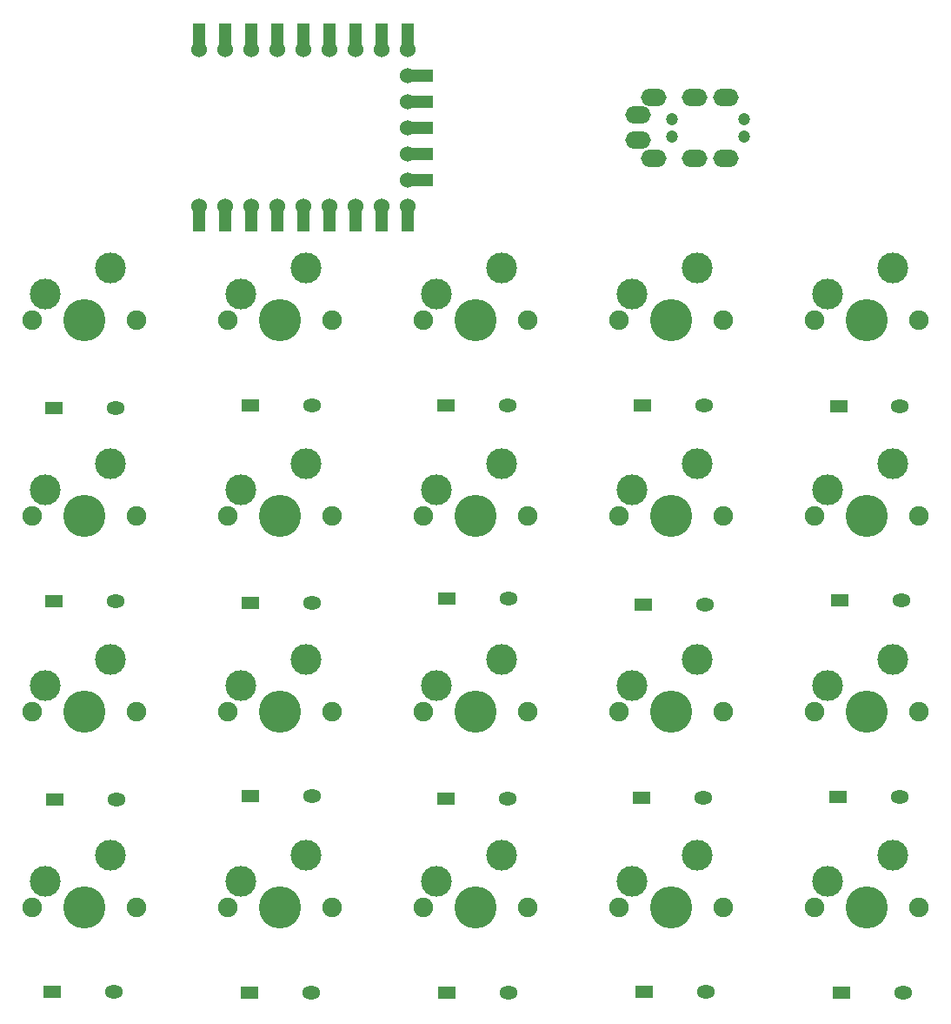
<source format=gbr>
%TF.GenerationSoftware,KiCad,Pcbnew,7.0.8*%
%TF.CreationDate,2023-10-28T15:04:41+09:00*%
%TF.ProjectId,jisaku20rp_right,6a697361-6b75-4323-9072-705f72696768,rev?*%
%TF.SameCoordinates,Original*%
%TF.FileFunction,Soldermask,Top*%
%TF.FilePolarity,Negative*%
%FSLAX46Y46*%
G04 Gerber Fmt 4.6, Leading zero omitted, Abs format (unit mm)*
G04 Created by KiCad (PCBNEW 7.0.8) date 2023-10-28 15:04:41*
%MOMM*%
%LPD*%
G01*
G04 APERTURE LIST*
%ADD10C,1.200000*%
%ADD11O,2.500000X1.700000*%
%ADD12C,1.900000*%
%ADD13C,3.000000*%
%ADD14C,4.100000*%
%ADD15C,1.524000*%
%ADD16R,1.200000X2.000000*%
%ADD17R,2.000000X1.200000*%
%ADD18R,1.778000X1.300000*%
%ADD19O,1.778000X1.300000*%
G04 APERTURE END LIST*
D10*
%TO.C,J1*%
X64240000Y19640000D03*
X57240000Y19640000D03*
X64240000Y17890000D03*
X57240000Y17890000D03*
D11*
X53940000Y19990000D03*
X53940000Y17540000D03*
X62440000Y21740000D03*
X62440000Y15790000D03*
X59440000Y21740000D03*
X59440000Y15790000D03*
X55440000Y21740000D03*
X55440000Y15790000D03*
%TD*%
D12*
%TO.C,SW15*%
X71120000Y-38100000D03*
D13*
X72390000Y-35560000D03*
D14*
X76200000Y-38100000D03*
D13*
X78740000Y-33020000D03*
D12*
X81280000Y-38100000D03*
%TD*%
%TO.C,SW1*%
X-5080000Y0D03*
D13*
X-3810000Y2540000D03*
D14*
X0Y0D03*
D13*
X2540000Y5080000D03*
D12*
X5080000Y0D03*
%TD*%
%TO.C,SW14*%
X52070000Y-38100000D03*
D13*
X53340000Y-35560000D03*
D14*
X57150000Y-38100000D03*
D13*
X59690000Y-33020000D03*
D12*
X62230000Y-38100000D03*
%TD*%
%TO.C,SW2*%
X13970000Y0D03*
D13*
X15240000Y2540000D03*
D14*
X19050000Y0D03*
D13*
X21590000Y5080000D03*
D12*
X24130000Y0D03*
%TD*%
%TO.C,SW17*%
X13970000Y-57150000D03*
D13*
X15240000Y-54610000D03*
D14*
X19050000Y-57150000D03*
D13*
X21590000Y-52070000D03*
D12*
X24130000Y-57150000D03*
%TD*%
D15*
%TO.C,U2*%
X11110000Y26410000D03*
D16*
X11110000Y27880000D03*
D15*
X13650000Y26410000D03*
D16*
X13650000Y27880000D03*
D15*
X16190000Y26410000D03*
D16*
X16190000Y27880000D03*
D15*
X18730000Y26410000D03*
D16*
X18730000Y27880000D03*
D15*
X21270000Y26410000D03*
D16*
X21270000Y27880000D03*
D15*
X23810000Y26410000D03*
D16*
X23810000Y27880000D03*
D15*
X26350000Y26410000D03*
D16*
X26350000Y27880000D03*
D15*
X28890000Y26410000D03*
D16*
X28890000Y27880000D03*
D15*
X31430000Y26410000D03*
D16*
X31430000Y27880000D03*
D15*
X31430000Y23870000D03*
D17*
X32880000Y23870000D03*
D15*
X31430000Y21330000D03*
D17*
X32880000Y21330000D03*
D15*
X31430000Y18790000D03*
D17*
X32890000Y18790000D03*
D15*
X31430000Y16250000D03*
D17*
X32870000Y16250000D03*
D15*
X31430000Y13710000D03*
D17*
X32880000Y13710000D03*
D16*
X31430000Y9700000D03*
D15*
X31430000Y11170000D03*
D16*
X28890000Y9700000D03*
D15*
X28890000Y11170000D03*
D16*
X26350000Y9700000D03*
D15*
X26350000Y11170000D03*
D16*
X23810000Y9700000D03*
D15*
X23810000Y11170000D03*
D16*
X21270000Y9700000D03*
D15*
X21270000Y11170000D03*
D16*
X18730000Y9700000D03*
D15*
X18730000Y11170000D03*
D16*
X16190000Y9700000D03*
D15*
X16190000Y11170000D03*
D16*
X13650000Y9700000D03*
D15*
X13650000Y11170000D03*
D16*
X11110000Y9700000D03*
D15*
X11110000Y11170000D03*
%TD*%
D12*
%TO.C,SW5*%
X71120000Y0D03*
D13*
X72390000Y2540000D03*
D14*
X76200000Y0D03*
D13*
X78740000Y5080000D03*
D12*
X81280000Y0D03*
%TD*%
%TO.C,SW7*%
X13970000Y-19050000D03*
D13*
X15240000Y-16510000D03*
D14*
X19050000Y-19050000D03*
D13*
X21590000Y-13970000D03*
D12*
X24130000Y-19050000D03*
%TD*%
%TO.C,SW20*%
X71120000Y-57150000D03*
D13*
X72390000Y-54610000D03*
D14*
X76200000Y-57150000D03*
D13*
X78740000Y-52070000D03*
D12*
X81280000Y-57150000D03*
%TD*%
%TO.C,SW8*%
X33020000Y-19050000D03*
D13*
X34290000Y-16510000D03*
D14*
X38100000Y-19050000D03*
D13*
X40640000Y-13970000D03*
D12*
X43180000Y-19050000D03*
%TD*%
%TO.C,SW10*%
X71120000Y-19050000D03*
D13*
X72390000Y-16510000D03*
D14*
X76200000Y-19050000D03*
D13*
X78740000Y-13970000D03*
D12*
X81280000Y-19050000D03*
%TD*%
%TO.C,SW3*%
X33020000Y0D03*
D13*
X34290000Y2540000D03*
D14*
X38100000Y0D03*
D13*
X40640000Y5080000D03*
D12*
X43180000Y0D03*
%TD*%
%TO.C,SW16*%
X-5080000Y-57150000D03*
D13*
X-3810000Y-54610000D03*
D14*
X0Y-57150000D03*
D13*
X2540000Y-52070000D03*
D12*
X5080000Y-57150000D03*
%TD*%
%TO.C,SW18*%
X33020000Y-57150000D03*
D13*
X34290000Y-54610000D03*
D14*
X38100000Y-57150000D03*
D13*
X40640000Y-52070000D03*
D12*
X43180000Y-57150000D03*
%TD*%
%TO.C,SW12*%
X13970000Y-38100000D03*
D13*
X15240000Y-35560000D03*
D14*
X19050000Y-38100000D03*
D13*
X21590000Y-33020000D03*
D12*
X24130000Y-38100000D03*
%TD*%
%TO.C,SW9*%
X52070000Y-19050000D03*
D13*
X53340000Y-16510000D03*
D14*
X57150000Y-19050000D03*
D13*
X59690000Y-13970000D03*
D12*
X62230000Y-19050000D03*
%TD*%
%TO.C,SW11*%
X-5080000Y-38100000D03*
D13*
X-3810000Y-35560000D03*
D14*
X0Y-38100000D03*
D13*
X2540000Y-33020000D03*
D12*
X5080000Y-38100000D03*
%TD*%
%TO.C,SW6*%
X-5080000Y-19050000D03*
D13*
X-3810000Y-16510000D03*
D14*
X0Y-19050000D03*
D13*
X2540000Y-13970000D03*
D12*
X5080000Y-19050000D03*
%TD*%
%TO.C,SW4*%
X52070000Y0D03*
D13*
X53340000Y2540000D03*
D14*
X57150000Y0D03*
D13*
X59690000Y5080000D03*
D12*
X62230000Y0D03*
%TD*%
%TO.C,SW13*%
X33020000Y-38100000D03*
D13*
X34290000Y-35560000D03*
D14*
X38100000Y-38100000D03*
D13*
X40640000Y-33020000D03*
D12*
X43180000Y-38100000D03*
%TD*%
%TO.C,SW19*%
X52070000Y-57150000D03*
D13*
X53340000Y-54610000D03*
D14*
X57150000Y-57150000D03*
D13*
X59690000Y-52070000D03*
D12*
X62230000Y-57150000D03*
%TD*%
D18*
%TO.C,D15*%
X73360000Y-46332500D03*
D19*
X79360000Y-46332500D03*
%TD*%
D18*
%TO.C,D11*%
X-2930000Y-46640000D03*
D19*
X3070000Y-46640000D03*
%TD*%
D18*
%TO.C,D4*%
X54330000Y-8240000D03*
D19*
X60330000Y-8240000D03*
%TD*%
D18*
%TO.C,D6*%
X-2950000Y-27340000D03*
D19*
X3050000Y-27340000D03*
%TD*%
D18*
%TO.C,D9*%
X54440000Y-27630000D03*
D19*
X60440000Y-27630000D03*
%TD*%
D18*
%TO.C,D8*%
X35310000Y-27050000D03*
D19*
X41310000Y-27050000D03*
%TD*%
D18*
%TO.C,D20*%
X73695000Y-65430000D03*
D19*
X79695000Y-65430000D03*
%TD*%
D18*
%TO.C,D17*%
X16061250Y-65430000D03*
D19*
X22061250Y-65430000D03*
%TD*%
D18*
%TO.C,D12*%
X16142500Y-46230000D03*
D19*
X22142500Y-46230000D03*
%TD*%
D18*
%TO.C,D10*%
X73570000Y-27195000D03*
D19*
X79570000Y-27195000D03*
%TD*%
D18*
%TO.C,D5*%
X73430000Y-8300000D03*
D19*
X79430000Y-8300000D03*
%TD*%
D18*
%TO.C,D13*%
X35215000Y-46537500D03*
D19*
X41215000Y-46537500D03*
%TD*%
D18*
%TO.C,D1*%
X-2970000Y-8510000D03*
D19*
X3030000Y-8510000D03*
%TD*%
D18*
%TO.C,D14*%
X54287500Y-46435000D03*
D19*
X60287500Y-46435000D03*
%TD*%
D18*
%TO.C,D7*%
X16180000Y-27485000D03*
D19*
X22180000Y-27485000D03*
%TD*%
D18*
%TO.C,D3*%
X35230000Y-8240000D03*
D19*
X41230000Y-8240000D03*
%TD*%
D18*
%TO.C,D19*%
X54483750Y-65300000D03*
D19*
X60483750Y-65300000D03*
%TD*%
D18*
%TO.C,D18*%
X35272500Y-65430000D03*
D19*
X41272500Y-65430000D03*
%TD*%
D18*
%TO.C,D16*%
X-3150000Y-65300000D03*
D19*
X2850000Y-65300000D03*
%TD*%
D18*
%TO.C,D2*%
X16130000Y-8240000D03*
D19*
X22130000Y-8240000D03*
%TD*%
M02*

</source>
